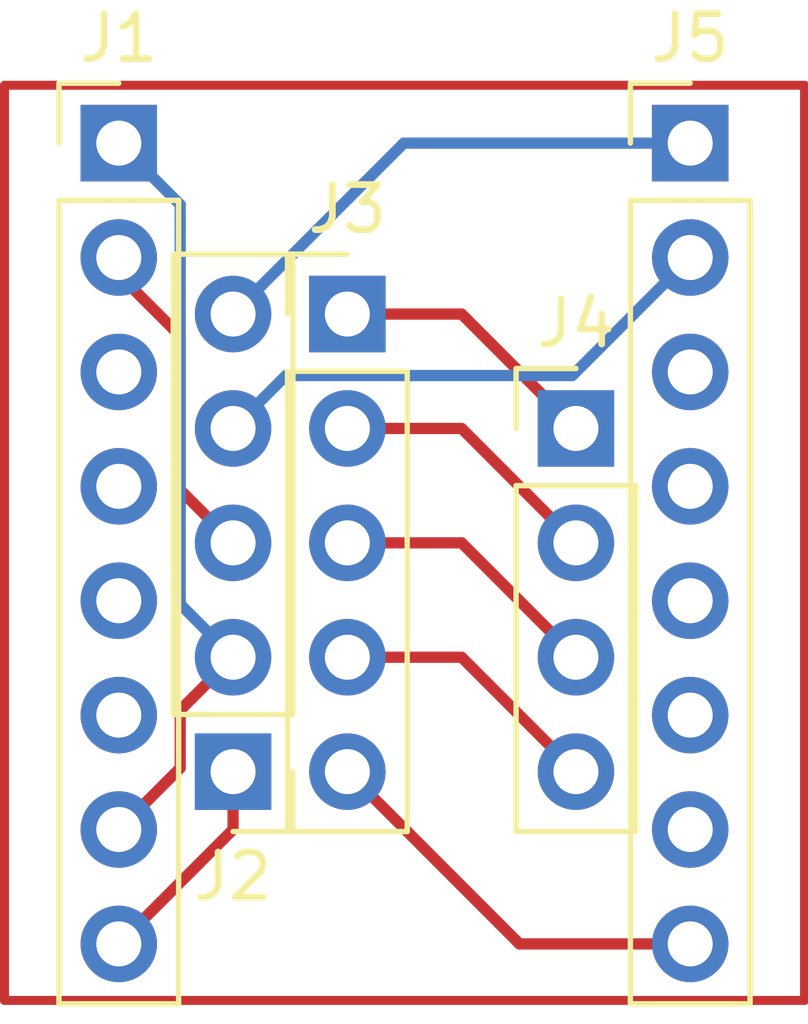
<source format=kicad_pcb>
(kicad_pcb (version 20211014) (generator pcbnew)
  (layers (0 "F.Cu" signal) (31 "B.Cu" signal) (34 "B.Paste" user) (35 "F.Paste" user) (36 "B.SilkS" user "B.Silkscreen") (37 "F.SilkS" user "F.Silkscreen") (38 "B.Mask" user) (39 "F.Mask" user) (44 "Edge.Cuts" user))
  (net 0 "")
  (net 1 "GND")
  (net 2 "3.3V")
  (net 3 "1B")
  (net 4 "1A")
  (net 5 "2A")
  (net 6 "2B")
  (net 7 "12v")
  (net 8 "STEP")
  (net 9 "DIR")
  (net 10 "M1")
  (net 11 "M2")
  (net 12 "M3")
  (net 13 "M4")
  (net 14 "ENABLE")
  (net 15 "SLEEP")
  (net 16 "RESET")
  (net 17 "MS3")
  (net 18 "MS2")
  (net 19 "MS1")
  (footprint "Connector_PinHeader_2.54mm:PinHeader_1x05_P2.54mm_Vertical" (layer "F.Cu") (at 139.7 99.06 180)
    (fp_text reference "J2" (at 0 -2.33) (layer "F.SilkS"))
    (fp_text value "Conn_01x05" hide)
    (fp_line (start -1.33 1.27) (end -1.33 11.49) (layer "F.SilkS") (width 0.12))
    (fp_line (start -1.33 1.27) (end 1.33 1.27) (layer "F.SilkS") (width 0.12))
    (fp_line (start -1.33 11.49) (end 1.33 11.49) (layer "F.SilkS") (width 0.12))
    (fp_line (start -1.33 0) (end -1.33 -1.33) (layer "F.SilkS") (width 0.12))
    (fp_line (start -1.33 -1.33) (end 0 -1.33) (layer "F.SilkS") (width 0.12))
    (fp_line (start 1.33 1.27) (end 1.33 11.49) (layer "F.SilkS") (width 0.12))
    (pad "1" thru_hole rect (at 0 0 180) (size 1.7 1.7) (drill 1) (layers *.Cu *.Mask) (net 7 "12v"))
    (pad "2" thru_hole oval (at 0 2.54 180) (size 1.7 1.7) (drill 1) (layers *.Cu *.Mask) (net 1 "GND"))
    (pad "3" thru_hole oval (at 0 5.08 180) (size 1.7 1.7) (drill 1) (layers *.Cu *.Mask) (net 2 "3.3V"))
    (pad "4" thru_hole oval (at 0 7.62 180) (size 1.7 1.7) (drill 1) (layers *.Cu *.Mask) (net 8 "STEP"))
    (pad "5" thru_hole oval (at 0 10.16 180) (size 1.7 1.7) (drill 1) (layers *.Cu *.Mask) (net 9 "DIR"))
  )
  (footprint "Connector_PinHeader_2.54mm:PinHeader_1x08_P2.54mm_Vertical" (layer "F.Cu") (at 137.16 85.105)
    (fp_text reference "J1" (at 0 -2.33) (layer "F.SilkS"))
    (fp_text value "Conn_01x08" hide)
    (fp_line (start -1.33 0) (end -1.33 -1.33) (layer "F.SilkS") (width 0.12))
    (fp_line (start -1.33 1.27) (end 1.33 1.27) (layer "F.SilkS") (width 0.12))
    (fp_line (start 1.33 1.27) (end 1.33 19.11) (layer "F.SilkS") (width 0.12))
    (fp_line (start -1.33 -1.33) (end 0 -1.33) (layer "F.SilkS") (width 0.12))
    (fp_line (start -1.33 1.27) (end -1.33 19.11) (layer "F.SilkS") (width 0.12))
    (fp_line (start -1.33 19.11) (end 1.33 19.11) (layer "F.SilkS") (width 0.12))
    (pad "1" thru_hole rect (at 0 0) (size 1.7 1.7) (drill 1) (layers *.Cu *.Mask) (net 1 "GND"))
    (pad "2" thru_hole oval (at 0 2.54) (size 1.7 1.7) (drill 1) (layers *.Cu *.Mask) (net 2 "3.3V"))
    (pad "3" thru_hole oval (at 0 5.08) (size 1.7 1.7) (drill 1) (layers *.Cu *.Mask) (net 3 "1B"))
    (pad "4" thru_hole oval (at 0 7.62) (size 1.7 1.7) (drill 1) (layers *.Cu *.Mask) (net 4 "1A"))
    (pad "5" thru_hole oval (at 0 10.16) (size 1.7 1.7) (drill 1) (layers *.Cu *.Mask) (net 5 "2A"))
    (pad "6" thru_hole oval (at 0 12.7) (size 1.7 1.7) (drill 1) (layers *.Cu *.Mask) (net 6 "2B"))
    (pad "7" thru_hole oval (at 0 15.24) (size 1.7 1.7) (drill 1) (layers *.Cu *.Mask) (net 1 "GND"))
    (pad "8" thru_hole oval (at 0 17.78) (size 1.7 1.7) (drill 1) (layers *.Cu *.Mask) (net 7 "12v"))
  )
  (footprint "Connector_PinHeader_2.54mm:PinHeader_1x04_P2.54mm_Vertical" (layer "F.Cu") (at 147.32 91.44)
    (fp_text reference "J4" (at 0 -2.33) (layer "F.SilkS"))
    (fp_text value "Conn_01x04" hide)
    (fp_line (start -1.33 8.95) (end 1.33 8.95) (layer "F.SilkS") (width 0.12))
    (fp_line (start -1.33 1.27) (end -1.33 8.95) (layer "F.SilkS") (width 0.12))
    (fp_line (start 1.33 1.27) (end 1.33 8.95) (layer "F.SilkS") (width 0.12))
    (fp_line (start -1.33 -1.33) (end 0 -1.33) (layer "F.SilkS") (width 0.12))
    (fp_line (start -1.33 0) (end -1.33 -1.33) (layer "F.SilkS") (width 0.12))
    (fp_line (start -1.33 1.27) (end 1.33 1.27) (layer "F.SilkS") (width 0.12))
    (pad "1" thru_hole rect (at 0 0) (size 1.7 1.7) (drill 1) (layers *.Cu *.Mask) (net 10 "M1"))
    (pad "2" thru_hole oval (at 0 2.54) (size 1.7 1.7) (drill 1) (layers *.Cu *.Mask) (net 11 "M2"))
    (pad "3" thru_hole oval (at 0 5.08) (size 1.7 1.7) (drill 1) (layers *.Cu *.Mask) (net 12 "M3"))
    (pad "4" thru_hole oval (at 0 7.62) (size 1.7 1.7) (drill 1) (layers *.Cu *.Mask) (net 13 "M4"))
  )
  (footprint "Connector_PinHeader_2.54mm:PinHeader_1x08_P2.54mm_Vertical" (layer "F.Cu") (at 149.86 85.105)
    (fp_text reference "J5" (at 0 -2.33) (layer "F.SilkS"))
    (fp_text value "Conn_01x08" hide)
    (fp_line (start -1.33 -1.33) (end 0 -1.33) (layer "F.SilkS") (width 0.12))
    (fp_line (start 1.33 1.27) (end 1.33 19.11) (layer "F.SilkS") (width 0.12))
    (fp_line (start -1.33 1.27) (end -1.33 19.11) (layer "F.SilkS") (width 0.12))
    (fp_line (start -1.33 0) (end -1.33 -1.33) (layer "F.SilkS") (width 0.12))
    (fp_line (start -1.33 19.11) (end 1.33 19.11) (layer "F.SilkS") (width 0.12))
    (fp_line (start -1.33 1.27) (end 1.33 1.27) (layer "F.SilkS") (width 0.12))
    (pad "1" thru_hole rect (at 0 0) (size 1.7 1.7) (drill 1) (layers *.Cu *.Mask) (net 9 "DIR"))
    (pad "2" thru_hole oval (at 0 2.54) (size 1.7 1.7) (drill 1) (layers *.Cu *.Mask) (net 8 "STEP"))
    (pad "3" thru_hole oval (at 0 5.08) (size 1.7 1.7) (drill 1) (layers *.Cu *.Mask) (net 15 "SLEEP"))
    (pad "4" thru_hole oval (at 0 7.62) (size 1.7 1.7) (drill 1) (layers *.Cu *.Mask) (net 16 "RESET"))
    (pad "5" thru_hole oval (at 0 10.16) (size 1.7 1.7) (drill 1) (layers *.Cu *.Mask) (net 17 "MS3"))
    (pad "6" thru_hole oval (at 0 12.7) (size 1.7 1.7) (drill 1) (layers *.Cu *.Mask) (net 18 "MS2"))
    (pad "7" thru_hole oval (at 0 15.24) (size 1.7 1.7) (drill 1) (layers *.Cu *.Mask) (net 19 "MS1"))
    (pad "8" thru_hole oval (at 0 17.78) (size 1.7 1.7) (drill 1) (layers *.Cu *.Mask) (net 14 "ENABLE"))
  )
  (footprint "Connector_PinHeader_2.54mm:PinHeader_1x05_P2.54mm_Vertical" (layer "F.Cu") (at 142.24 88.9)
    (fp_text reference "J3" (at 0 -2.33) (layer "F.SilkS"))
    (fp_text value "Conn_01x05" hide)
    (fp_line (start -1.33 1.27) (end 1.33 1.27) (layer "F.SilkS") (width 0.12))
    (fp_line (start -1.33 11.49) (end 1.33 11.49) (layer "F.SilkS") (width 0.12))
    (fp_line (start -1.33 -1.33) (end 0 -1.33) (layer "F.SilkS") (width 0.12))
    (fp_line (start -1.33 1.27) (end -1.33 11.49) (layer "F.SilkS") (width 0.12))
    (fp_line (start -1.33 0) (end -1.33 -1.33) (layer "F.SilkS") (width 0.12))
    (fp_line (start 1.33 1.27) (end 1.33 11.49) (layer "F.SilkS") (width 0.12))
    (pad "1" thru_hole rect (at 0 0) (size 1.7 1.7) (drill 1) (layers *.Cu *.Mask) (net 10 "M1"))
    (pad "2" thru_hole oval (at 0 2.54) (size 1.7 1.7) (drill 1) (layers *.Cu *.Mask) (net 11 "M2"))
    (pad "3" thru_hole oval (at 0 5.08) (size 1.7 1.7) (drill 1) (layers *.Cu *.Mask) (net 12 "M3"))
    (pad "4" thru_hole oval (at 0 7.62) (size 1.7 1.7) (drill 1) (layers *.Cu *.Mask) (net 13 "M4"))
    (pad "5" thru_hole oval (at 0 10.16) (size 1.7 1.7) (drill 1) (layers *.Cu *.Mask) (net 14 "ENABLE"))
  )
  (gr_line (start 152.4 83.82) (end 134.62 83.82) (layer "F.Cu") (width 0.2))
  (gr_line (start 152.4 104.14) (end 152.4 83.82) (layer "F.Cu") (width 0.2))
  (gr_line (start 134.62 104.14) (end 152.4 104.14) (layer "F.Cu") (width 0.2))
  (gr_line (start 134.62 83.82) (end 134.62 104.14) (layer "F.Cu") (width 0.2))
  (segment (start 137.16 100.345) (end 138.525489 98.979511) (width 0.25) (layer "F.Cu") (net 1))
  (segment (start 138.525489 97.694511) (end 139.7 96.52) (width 0.25) (layer "F.Cu") (net 1))
  (segment (start 138.525489 98.979511) (end 138.525489 97.694511) (width 0.25) (layer "F.Cu") (net 1))
  (segment (start 138.525489 86.470489) (end 138.525489 95.345489) (width 0.25) (layer "B.Cu") (net 1))
  (segment (start 138.525489 95.345489) (end 139.7 96.52) (width 0.25) (layer "B.Cu") (net 1))
  (segment (start 137.16 85.105) (end 138.525489 86.470489) (width 0.25) (layer "B.Cu") (net 1))
  (segment (start 138.525489 89.386499) (end 138.525489 92.805489) (width 0.25) (layer "F.Cu") (net 2))
  (segment (start 138.525489 92.805489) (end 139.7 93.98) (width 0.25) (layer "F.Cu") (net 2))
  (segment (start 137.16 88.02101) (end 138.525489 89.386499) (width 0.25) (layer "F.Cu") (net 2))
  (segment (start 137.16 87.645) (end 137.16 88.02101) (width 0.25) (layer "F.Cu") (net 2))
  (segment (start 139.7 100.345) (end 139.7 99.06) (width 0.25) (layer "F.Cu") (net 7))
  (segment (start 137.16 102.885) (end 139.7 100.345) (width 0.25) (layer "F.Cu") (net 7))
  (segment (start 147.239511 90.265489) (end 140.874511 90.265489) (width 0.25) (layer "B.Cu") (net 8))
  (segment (start 149.86 87.645) (end 147.239511 90.265489) (width 0.25) (layer "B.Cu") (net 8))
  (segment (start 140.874511 90.265489) (end 139.7 91.44) (width 0.25) (layer "B.Cu") (net 8))
  (segment (start 149.86 85.105) (end 143.495 85.105) (width 0.25) (layer "B.Cu") (net 9))
  (segment (start 143.495 85.105) (end 139.7 88.9) (width 0.25) (layer "B.Cu") (net 9))
  (segment (start 147.32 91.44) (end 144.78 88.9) (width 0.25) (layer "F.Cu") (net 10))
  (segment (start 144.78 88.9) (end 142.24 88.9) (width 0.25) (layer "F.Cu") (net 10))
  (segment (start 144.78 91.44) (end 142.24 91.44) (width 0.25) (layer "F.Cu") (net 11))
  (segment (start 147.32 93.98) (end 144.78 91.44) (width 0.25) (layer "F.Cu") (net 11))
  (segment (start 147.32 96.52) (end 144.78 93.98) (width 0.25) (layer "F.Cu") (net 12))
  (segment (start 144.78 93.98) (end 142.24 93.98) (width 0.25) (layer "F.Cu") (net 12))
  (segment (start 144.78 96.52) (end 142.24 96.52) (width 0.25) (layer "F.Cu") (net 13))
  (segment (start 147.32 99.06) (end 144.78 96.52) (width 0.25) (layer "F.Cu") (net 13))
  (segment (start 146.065 102.885) (end 142.24 99.06) (width 0.25) (layer "F.Cu") (net 14))
  (segment (start 149.86 102.885) (end 146.065 102.885) (width 0.25) (layer "F.Cu") (net 14))
)
</source>
